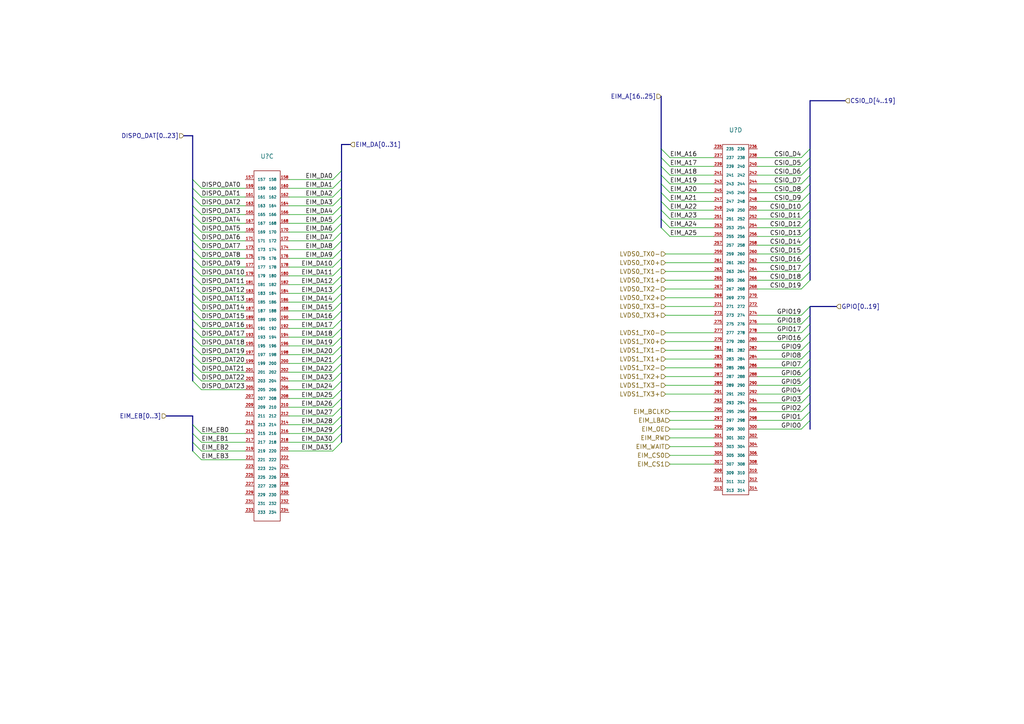
<source format=kicad_sch>
(kicad_sch (version 20211123) (generator eeschema)
  (paper "A4")
  (lib_symbols
    (symbol "IMXDesign-rescue:IMX6ModuleConector_300-William_IMX6QP" (pin_names (offset 1.016))
      (property "Reference" "U" (at 0 3.81 0))
      (property "Value" "IMX6ModuleConector_300-William_IMX6QP" (at 0 6.35 0))
      (symbol "IMX6ModuleConector_300-William_IMX6QP_0_1"
        (rectangle (start -3.81 -5.08) (end 3.81 -106.68))
      )
      (symbol "IMX6ModuleConector_300-William_IMX6QP_1_1"
        (pin input line (at -6.35 -7.62 0) (length 2.54) (name "1") (number "1"))
        (pin input line (at 6.35 -17.78 180) (length 2.54) (name "10") (number "10"))
        (pin input line (at -6.35 -20.32 0) (length 2.54) (name "11") (number "11"))
        (pin input line (at 6.35 -20.32 180) (length 2.54) (name "12") (number "12"))
        (pin input line (at -6.35 -22.86 0) (length 2.54) (name "13") (number "13"))
        (pin input line (at 6.35 -22.86 180) (length 2.54) (name "14") (number "14"))
        (pin input line (at -6.35 -25.4 0) (length 2.54) (name "15") (number "15"))
        (pin input line (at 6.35 -25.4 180) (length 2.54) (name "16") (number "16"))
        (pin input line (at 6.35 -45.72 180) (length 2.54) (name "32") (number "16"))
        (pin input line (at -6.35 -27.94 0) (length 2.54) (name "17") (number "17"))
        (pin input line (at 6.35 -27.94 180) (length 2.54) (name "18") (number "18"))
        (pin input line (at -6.35 -30.48 0) (length 2.54) (name "19") (number "19"))
        (pin input line (at 6.35 -7.62 180) (length 2.54) (name "2") (number "2"))
        (pin input line (at 6.35 -30.48 180) (length 2.54) (name "20") (number "20"))
        (pin input line (at -6.35 -33.02 0) (length 2.54) (name "21") (number "21"))
        (pin input line (at 6.35 -33.02 180) (length 2.54) (name "22") (number "22"))
        (pin input line (at -6.35 -35.56 0) (length 2.54) (name "23") (number "23"))
        (pin input line (at 6.35 -35.56 180) (length 2.54) (name "24") (number "24"))
        (pin input line (at -6.35 -38.1 0) (length 2.54) (name "25") (number "25"))
        (pin input line (at 6.35 -38.1 180) (length 2.54) (name "26") (number "26"))
        (pin input line (at -6.35 -40.64 0) (length 2.54) (name "27") (number "27"))
        (pin input line (at 6.35 -40.64 180) (length 2.54) (name "28") (number "28"))
        (pin input line (at -6.35 -43.18 0) (length 2.54) (name "29") (number "29"))
        (pin input line (at -6.35 -10.16 0) (length 2.54) (name "3") (number "3"))
        (pin input line (at 6.35 -43.18 180) (length 2.54) (name "30") (number "30"))
        (pin input line (at -6.35 -45.72 0) (length 2.54) (name "31") (number "31"))
        (pin input line (at -6.35 -48.26 0) (length 2.54) (name "33") (number "33"))
        (pin input line (at 6.35 -48.26 180) (length 2.54) (name "34") (number "34"))
        (pin input line (at -6.35 -50.8 0) (length 2.54) (name "35") (number "35"))
        (pin input line (at 6.35 -50.8 180) (length 2.54) (name "36") (number "36"))
        (pin input line (at -6.35 -53.34 0) (length 2.54) (name "37") (number "37"))
        (pin input line (at 6.35 -53.34 180) (length 2.54) (name "38") (number "38"))
        (pin input line (at -6.35 -55.88 0) (length 2.54) (name "39") (number "39"))
        (pin input line (at 6.35 -10.16 180) (length 2.54) (name "4") (number "4"))
        (pin input line (at 6.35 -55.88 180) (length 2.54) (name "40") (number "40"))
        (pin input line (at -6.35 -58.42 0) (length 2.54) (name "41") (number "41"))
        (pin input line (at 6.35 -58.42 180) (length 2.54) (name "42") (number "42"))
        (pin input line (at -6.35 -60.96 0) (length 2.54) (name "43") (number "43"))
        (pin input line (at 6.35 -60.96 180) (length 2.54) (name "44") (number "44"))
        (pin input line (at -6.35 -63.5 0) (length 2.54) (name "45") (number "45"))
        (pin input line (at 6.35 -63.5 180) (length 2.54) (name "46") (number "46"))
        (pin input line (at -6.35 -66.04 0) (length 2.54) (name "47") (number "47"))
        (pin input line (at 6.35 -66.04 180) (length 2.54) (name "48") (number "48"))
        (pin input line (at -6.35 -68.58 0) (length 2.54) (name "49") (number "49"))
        (pin input line (at -6.35 -12.7 0) (length 2.54) (name "5") (number "5"))
        (pin input line (at 6.35 -68.58 180) (length 2.54) (name "50") (number "50"))
        (pin input line (at -6.35 -71.12 0) (length 2.54) (name "51") (number "51"))
        (pin input line (at 6.35 -71.12 180) (length 2.54) (name "52") (number "52"))
        (pin input line (at -6.35 -73.66 0) (length 2.54) (name "53") (number "53"))
        (pin input line (at 6.35 -73.66 180) (length 2.54) (name "54") (number "54"))
        (pin input line (at -6.35 -76.2 0) (length 2.54) (name "55") (number "55"))
        (pin input line (at 6.35 -76.2 180) (length 2.54) (name "56") (number "56"))
        (pin input line (at -6.35 -78.74 0) (length 2.54) (name "57") (number "57"))
        (pin input line (at 6.35 -78.74 180) (length 2.54) (name "58") (number "58"))
        (pin input line (at -6.35 -81.28 0) (length 2.54) (name "59") (number "59"))
        (pin input line (at 6.35 -12.7 180) (length 2.54) (name "6") (number "6"))
        (pin input line (at 6.35 -81.28 180) (length 2.54) (name "60") (number "60"))
        (pin input line (at -6.35 -83.82 0) (length 2.54) (name "61") (number "61"))
        (pin input line (at 6.35 -83.82 180) (length 2.54) (name "62") (number "62"))
        (pin input line (at -6.35 -86.36 0) (length 2.54) (name "63") (number "63"))
        (pin input line (at 6.35 -86.36 180) (length 2.54) (name "64") (number "64"))
        (pin input line (at -6.35 -88.9 0) (length 2.54) (name "65") (number "65"))
        (pin input line (at 6.35 -88.9 180) (length 2.54) (name "66") (number "66"))
        (pin input line (at -6.35 -91.44 0) (length 2.54) (name "67") (number "67"))
        (pin input line (at 6.35 -91.44 180) (length 2.54) (name "68") (number "68"))
        (pin input line (at -6.35 -93.98 0) (length 2.54) (name "69") (number "69"))
        (pin input line (at -6.35 -15.24 0) (length 2.54) (name "7") (number "7"))
        (pin input line (at 6.35 -93.98 180) (length 2.54) (name "70") (number "70"))
        (pin input line (at -6.35 -96.52 0) (length 2.54) (name "71") (number "71"))
        (pin input line (at 6.35 -96.52 180) (length 2.54) (name "72") (number "72"))
        (pin input line (at -6.35 -99.06 0) (length 2.54) (name "73") (number "73"))
        (pin input line (at 6.35 -99.06 180) (length 2.54) (name "74") (number "74"))
        (pin input line (at -6.35 -101.6 0) (length 2.54) (name "75") (number "75"))
        (pin input line (at 6.35 -101.6 180) (length 2.54) (name "76") (number "76"))
        (pin input line (at -6.35 -104.14 0) (length 2.54) (name "77") (number "77"))
        (pin input line (at 6.35 -104.14 180) (length 2.54) (name "78") (number "78"))
        (pin input line (at 6.35 -15.24 180) (length 2.54) (name "8") (number "8"))
        (pin input line (at -6.35 -17.78 0) (length 2.54) (name "9") (number "9"))
      )
      (symbol "IMX6ModuleConector_300-William_IMX6QP_2_1"
        (pin input line (at 6.35 -33.02 180) (length 2.54) (name "100") (number "100"))
        (pin input line (at -6.35 -35.56 0) (length 2.54) (name "101") (number "101"))
        (pin input line (at 6.35 -35.56 180) (length 2.54) (name "102") (number "102"))
        (pin input line (at -6.35 -38.1 0) (length 2.54) (name "103") (number "103"))
        (pin input line (at 6.35 -38.1 180) (length 2.54) (name "104") (number "104"))
        (pin input line (at -6.35 -40.64 0) (length 2.54) (name "105") (number "105"))
        (pin input line (at 6.35 -40.64 180) (length 2.54) (name "106") (number "106"))
        (pin input line (at -6.35 -43.18 0) (length 2.54) (name "107") (number "107"))
        (pin input line (at 6.35 -43.18 180) (length 2.54) (name "108") (number "108"))
        (pin input line (at -6.35 -45.72 0) (length 2.54) (name "109") (number "109"))
        (pin input line (at -6.35 -48.26 0) (length 2.54) (name "111") (number "111"))
        (pin input line (at 6.35 -48.26 180) (length 2.54) (name "112") (number "112"))
        (pin input line (at -6.35 -50.8 0) (length 2.54) (name "113") (number "113"))
        (pin input line (at 6.35 -50.8 180) (length 2.54) (name "114") (number "114"))
        (pin input line (at -6.35 -53.34 0) (length 2.54) (name "115") (number "115"))
        (pin input line (at 6.35 -53.34 180) (length 2.54) (name "116") (number "116"))
        (pin input line (at -6.35 -55.88 0) (length 2.54) (name "117") (number "117"))
        (pin input line (at 6.35 -55.88 180) (length 2.54) (name "118") (number "118"))
        (pin input line (at -6.35 -58.42 0) (length 2.54) (name "119") (number "119"))
        (pin input line (at 6.35 -58.42 180) (length 2.54) (name "120") (number "120"))
        (pin input line (at -6.35 -60.96 0) (length 2.54) (name "121") (number "121"))
        (pin input line (at 6.35 -60.96 180) (length 2.54) (name "122") (number "122"))
        (pin input line (at -6.35 -63.5 0) (length 2.54) (name "123") (number "123"))
        (pin input line (at 6.35 -63.5 180) (length 2.54) (name "124") (number "124"))
        (pin input line (at -6.35 -66.04 0) (length 2.54) (name "125") (number "125"))
        (pin input line (at 6.35 -66.04 180) (length 2.54) (name "126") (number "126"))
        (pin input line (at -6.35 -68.58 0) (length 2.54) (name "127") (number "127"))
        (pin input line (at 6.35 -68.58 180) (length 2.54) (name "128") (number "128"))
        (pin input line (at -6.35 -71.12 0) (length 2.54) (name "129") (number "129"))
        (pin input line (at 6.35 -71.12 180) (length 2.54) (name "130") (number "130"))
        (pin input line (at -6.35 -73.66 0) (length 2.54) (name "131") (number "131"))
        (pin input line (at 6.35 -73.66 180) (length 2.54) (name "132") (number "132"))
        (pin input line (at -6.35 -76.2 0) (length 2.54) (name "133") (number "133"))
        (pin input line (at 6.35 -76.2 180) (length 2.54) (name "134") (number "134"))
        (pin input line (at -6.35 -78.74 0) (length 2.54) (name "135") (number "135"))
        (pin input line (at 6.35 -78.74 180) (length 2.54) (name "136") (number "136"))
        (pin input line (at -6.35 -81.28 0) (length 2.54) (name "137") (number "137"))
        (pin input line (at -6.35 -83.82 0) (length 2.54) (name "139") (number "139"))
        (pin input line (at 6.35 -83.82 180) (length 2.54) (name "140") (number "140"))
        (pin input line (at -6.35 -86.36 0) (length 2.54) (name "141") (number "141"))
        (pin input line (at 6.35 -86.36 180) (length 2.54) (name "142") (number "142"))
        (pin input line (at -6.35 -88.9 0) (length 2.54) (name "143") (number "143"))
        (pin input line (at 6.35 -88.9 180) (length 2.54) (name "144") (number "144"))
        (pin input line (at -6.35 -91.44 0) (length 2.54) (name "145") (number "145"))
        (pin input line (at 6.35 -91.44 180) (length 2.54) (name "146") (number "146"))
        (pin input line (at -6.35 -93.98 0) (length 2.54) (name "147") (number "147"))
        (pin input line (at 6.35 -93.98 180) (length 2.54) (name "148") (number "148"))
        (pin input line (at -6.35 -96.52 0) (length 2.54) (name "149") (number "149"))
        (pin input line (at 6.35 -96.52 180) (length 2.54) (name "150") (number "150"))
        (pin input line (at -6.35 -99.06 0) (length 2.54) (name "151") (number "151"))
        (pin input line (at 6.35 -99.06 180) (length 2.54) (name "152") (number "152"))
        (pin input line (at -6.35 -101.6 0) (length 2.54) (name "153") (number "153"))
        (pin input line (at 6.35 -101.6 180) (length 2.54) (name "154") (number "154"))
        (pin input line (at -6.35 -104.14 0) (length 2.54) (name "155") (number "155"))
        (pin input line (at 6.35 -104.14 180) (length 2.54) (name "156") (number "156"))
        (pin input line (at 6.35 -45.72 180) (length 2.54) (name "110") (number "16"))
        (pin input line (at 6.35 -81.28 180) (length 2.54) (name "138") (number "60"))
        (pin input line (at -6.35 -7.62 0) (length 2.54) (name "79") (number "79"))
        (pin input line (at 6.35 -7.62 180) (length 2.54) (name "80") (number "80"))
        (pin input line (at -6.35 -10.16 0) (length 2.54) (name "81") (number "81"))
        (pin input line (at 6.35 -10.16 180) (length 2.54) (name "82") (number "82"))
        (pin input line (at -6.35 -12.7 0) (length 2.54) (name "83") (number "83"))
        (pin input line (at 6.35 -12.7 180) (length 2.54) (name "84") (number "84"))
        (pin input line (at -6.35 -15.24 0) (length 2.54) (name "85") (number "85"))
        (pin input line (at 6.35 -15.24 180) (length 2.54) (name "86") (number "86"))
        (pin input line (at -6.35 -17.78 0) (length 2.54) (name "87") (number "87"))
        (pin input line (at 6.35 -17.78 180) (length 2.54) (name "88") (number "88"))
        (pin input line (at -6.35 -20.32 0) (length 2.54) (name "89") (number "89"))
        (pin input line (at 6.35 -20.32 180) (length 2.54) (name "90") (number "90"))
        (pin input line (at -6.35 -22.86 0) (length 2.54) (name "91") (number "91"))
        (pin input line (at 6.35 -22.86 180) (length 2.54) (name "92") (number "92"))
        (pin input line (at -6.35 -25.4 0) (length 2.54) (name "93") (number "93"))
        (pin input line (at 6.35 -25.4 180) (length 2.54) (name "94") (number "94"))
        (pin input line (at -6.35 -27.94 0) (length 2.54) (name "95") (number "95"))
        (pin input line (at 6.35 -27.94 180) (length 2.54) (name "96") (number "96"))
        (pin input line (at -6.35 -30.48 0) (length 2.54) (name "97") (number "97"))
        (pin input line (at 6.35 -30.48 180) (length 2.54) (name "98") (number "98"))
        (pin input line (at -6.35 -33.02 0) (length 2.54) (name "99") (number "99"))
      )
      (symbol "IMX6ModuleConector_300-William_IMX6QP_3_1"
        (pin input line (at -6.35 -7.62 0) (length 2.54) (name "157") (number "157"))
        (pin input line (at 6.35 -7.62 180) (length 2.54) (name "158") (number "158"))
        (pin input line (at -6.35 -10.16 0) (length 2.54) (name "159") (number "159"))
        (pin input line (at 6.35 -10.16 180) (length 2.54) (name "160") (number "160"))
        (pin input line (at -6.35 -12.7 0) (length 2.54) (name "161") (number "161"))
        (pin input line (at 6.35 -12.7 180) (length 2.54) (name "162") (number "162"))
        (pin input line (at -6.35 -15.24 0) (length 2.54) (name "163") (number "163"))
        (pin input line (at 6.35 -15.24 180) (length 2.54) (name "164") (number "164"))
        (pin input line (at -6.35 -17.78 0) (length 2.54) (name "165") (number "165"))
        (pin input line (at 6.35 -17.78 180) (length 2.54) (name "166") (number "166"))
        (pin input line (at -6.35 -20.32 0) (length 2.54) (name "167") (number "167"))
        (pin input line (at 6.35 -20.32 180) (length 2.54) (name "168") (number "168"))
        (pin input line (at -6.35 -22.86 0) (length 2.54) (name "169") (number "169"))
        (pin input line (at 6.35 -22.86 180) (length 2.54) (name "170") (number "170"))
        (pin input line (at -6.35 -25.4 0) (length 2.54) (name "171") (number "171"))
        (pin input line (at 6.35 -25.4 180) (length 2.54) (name "172") (number "172"))
        (pin input line (at -6.35 -27.94 0) (length 2.54) (name "173") (number "173"))
        (pin input line (at 6.35 -27.94 180) (length 2.54) (name "174") (number "174"))
        (pin input line (at -6.35 -30.48 0) (length 2.54) (name "175") (number "175"))
        (pin input line (at 6.35 -30.48 180) (length 2.54) (name "176") (number "176"))
        (pin input line (at -6.35 -33.02 0) (length 2.54) (name "177") (number "177"))
        (pin input line (at 6.35 -33.02 180) (length 2.54) (name "178") (number "178"))
        (pin input line (at -6.35 -35.56 0) (length 2.54) (name "179") (number "179"))
        (pin input line (at 6.35 -35.56 180) (length 2.54) (name "180") (number "180"))
        (pin input line (at -6.35 -38.1 0) (length 2.54) (name "181") (number "181"))
        (pin input line (at 6.35 -38.1 180) (length 2.54) (name "182") (number "182"))
        (pin input line (at -6.35 -40.64 0) (length 2.54) (name "183") (number "183"))
        (pin input line (at 6.35 -40.64 180) (length 2.54) (name "184") (number "184"))
        (pin input line (at -6.35 -43.18 0) (length 2.54) (name "185") (number "185"))
        (pin input line (at 6.35 -43.18 180) (length 2.54) (name "186") (number "186"))
        (pin input line (at -6.35 -45.72 0) (length 2.54) (name "187") (number "187"))
        (pin input line (at 6.35 -45.72 180) (length 2.54) (name "188") (number "188"))
        (pin input line (at -6.35 -48.26 0) (length 2.54) (name "189") (number "189"))
        (pin input line (at 6.35 -48.26 180) (length 2.54) (name "190") (number "190"))
        (pin input line (at -6.35 -50.8 0) (length 2.54) (name "191") (number "191"))
        (pin input line (at 6.35 -50.8 180) (length 2.54) (name "192") (number "192"))
        (pin input line (at -6.35 -53.34 0) (length 2.54) (name "193") (number "193"))
        (pin input line (at 6.35 -53.34 180) (length 2.54) (name "194") (number "194"))
        (pin input line (at -6.35 -55.88 0) (length 2.54) (name "195") (number "195"))
        (pin input line (at 6.35 -55.88 180) (length 2.54) (name "196") (number "196"))
        (pin input line (at -6.35 -58.42 0) (length 2.54) (name "197") (number "197"))
        (pin input line (at 6.35 -58.42 180) (length 2.54) (name "198") (number "198"))
        (pin input line (at -6.35 -60.96 0) (length 2.54) (name "199") (number "199"))
        (pin input line (at 6.35 -60.96 180) (length 2.54) (name "200") (number "200"))
        (pin input line (at -6.35 -63.5 0) (length 2.54) (name "201") (number "201"))
        (pin input line (at 6.35 -63.5 180) (length 2.54) (name "202") (number "202"))
        (pin input line (at -6.35 -66.04 0) (length 2.54) (name "203") (number "203"))
        (pin input line (at 6.35 -66.04 180) (length 2.54) (name "204") (number "204"))
        (pin input line (at -6.35 -68.58 0) (length 2.54) (name "205") (number "205"))
        (pin input line (at 6.35 -68.58 180) (length 2.54) (name "206") (number "206"))
        (pin input line (at -6.35 -71.12 0) (length 2.54) (name "207") (number "207"))
        (pin input line (at 6.35 -71.12 180) (length 2.54) (name "208") (number "208"))
        (pin input line (at -6.35 -73.66 0) (length 2.54) (name "209") (number "209"))
        (pin input line (at 6.35 -73.66 180) (length 2.54) (name "210") (number "210"))
        (pin input line (at -6.35 -76.2 0) (length 2.54) (name "211") (number "211"))
        (pin input line (at 6.35 -76.2 180) (length 2.54) (name "212") (number "212"))
        (pin input line (at -6.35 -78.74 0) (length 2.54) (name "213") (number "213"))
        (pin input line (at 6.35 -78.74 180) (length 2.54) (name "214") (number "214"))
        (pin input line (at -6.35 -81.28 0) (length 2.54) (name "215") (number "215"))
        (pin input line (at 6.35 -81.28 180) (length 2.54) (name "216") (number "216"))
        (pin input line (at -6.35 -83.82 0) (length 2.54) (name "217") (number "217"))
        (pin input line (at 6.35 -83.82 180) (length 2.54) (name "218") (number "218"))
        (pin input line (at -6.35 -86.36 0) (length 2.54) (name "219") (number "219"))
        (pin input line (at 6.35 -86.36 180) (length 2.54) (name "220") (number "220"))
        (pin input line (at -6.35 -88.9 0) (length 2.54) (name "221") (number "221"))
        (pin input line (at 6.35 -88.9 180) (length 2.54) (name "222") (number "222"))
        (pin input line (at -6.35 -91.44 0) (length 2.54) (name "223") (number "223"))
        (pin input line (at 6.35 -91.44 180) (length 2.54) (name "224") (number "224"))
        (pin input line (at -6.35 -93.98 0) (length 2.54) (name "225") (number "225"))
        (pin input line (at 6.35 -93.98 180) (length 2.54) (name "226") (number "226"))
        (pin input line (at -6.35 -96.52 0) (length 2.54) (name "227") (number "227"))
        (pin input line (at 6.35 -96.52 180) (length 2.54) (name "228") (number "228"))
        (pin input line (at -6.35 -99.06 0) (length 2.54) (name "229") (number "229"))
        (pin input line (at 6.35 -99.06 180) (length 2.54) (name "230") (number "230"))
        (pin input line (at -6.35 -101.6 0) (length 2.54) (name "231") (number "231"))
        (pin input line (at 6.35 -101.6 180) (length 2.54) (name "232") (number "232"))
        (pin input line (at -6.35 -104.14 0) (length 2.54) (name "233") (number "233"))
        (pin input line (at 6.35 -104.14 180) (length 2.54) (name "234") (number "234"))
      )
      (symbol "IMX6ModuleConector_300-William_IMX6QP_4_1"
        (pin input line (at -6.35 -6.35 0) (length 2.54) (name "235") (number "235"))
        (pin input line (at 6.35 -6.35 180) (length 2.54) (name "236") (number "236"))
        (pin input line (at -6.35 -8.89 0) (length 2.54) (name "237") (number "237"))
        (pin input line (at 6.35 -8.89 180) (length 2.54) (name "238") (number "238"))
        (pin input line (at -6.35 -11.43 0) (length 2.54) (name "239") (number "239"))
        (pin input line (at 6.35 -11.43 180) (length 2.54) (name "240") (number "240"))
        (pin input line (at -6.35 -13.97 0) (length 2.54) (name "241") (number "241"))
        (pin input line (at 6.35 -13.97 180) (length 2.54) (name "242") (number "242"))
        (pin input line (at -6.35 -16.51 0) (length 2.54) (name "243") (number "243"))
        (pin input line (at 6.35 -16.51 180) (length 2.54) (name "244") (number "244"))
        (pin input line (at -6.35 -19.05 0) (length 2.54) (name "245") (number "245"))
        (pin input line (at 6.35 -19.05 180) (length 2.54) (name "246") (number "246"))
        (pin input line (at -6.35 -21.59 0) (length 2.54) (name "247") (number "247"))
        (pin input line (at 6.35 -21.59 180) (length 2.54) (name "248") (number "248"))
        (pin input line (at -6.35 -24.13 0) (length 2.54) (name "249") (number "249"))
        (pin input line (at 6.35 -24.13 180) (length 2.54) (name "250") (number "250"))
        (pin input line (at -6.35 -26.67 0) (length 2.54) (name "251") (number "251"))
        (pin input line (at 6.35 -26.67 180) (length 2.54) (name "252") (number "252"))
        (pin input line (at -6.35 -29.21 0) (length 2.54) (name "253") (number "253"))
        (pin input line (at 6.35 -29.21 180) (length 2.54) (name "254") (number "254"))
        (pin input line (at -6.35 -31.75 0) (length 2.54) (name "255") (number "255"))
        (pin input line (at 6.35 -31.75 180) (length 2.54) (name "256") (number "256"))
        (pin input line (at -6.35 -34.29 0) (length 2.54) (name "257") (number "257"))
        (pin input line (at 6.35 -34.29 180) (length 2.54) (name "258") (number "258"))
        (pin input line (at -6.35 -36.83 0) (length 2.54) (name "259") (number "259"))
        (pin input line (at 6.35 -36.83 180) (length 2.54) (name "260") (number "260"))
        (pin input line (at -6.35 -39.37 0) (length 2.54) (name "261") (number "261"))
        (pin input line (at 6.35 -39.37 180) (length 2.54) (name "262") (number "262"))
        (pin input line (at -6.35 -41.91 0) (length 2.54) (name "263") (number "263"))
        (pin input line (at 6.35 -41.91 180) (length 2.54) (name "264") (number "264"))
        (pin input line (at -6.35 -44.45 0) (length 2.54) (name "265") (number "265"))
        (pin input line (at 6.35 -44.45 180) (length 2.54) (name "266") (number "266"))
        (pin input line (at -6.35 -46.99 0) (length 2.54) (name "267") (number "267"))
        (pin input line (at 6.35 -46.99 180) (length 2.54) (name "268") (number "268"))
        (pin input line (at -6.35 -49.53 0) (length 2.54) (name "269") (number "269"))
        (pin input line (at 6.35 -49.53 180) (length 2.54) (name "270") (number "270"))
        (pin input line (at -6.35 -52.07 0) (length 2.54) (name "271") (number "271"))
        (pin input line (at 6.35 -52.07 180) (length 2.54) (name "272") (number "272"))
        (pin input line (at -6.35 -54.61 0) (length 2.54) (name "273") (number "273"))
        (pin input line (at 6.35 -54.61 180) (length 2.54) (name "274") (number "274"))
        (pin input line (at -6.35 -57.15 0) (length 2.54) (name "275") (number "275"))
        (pin input line (at 6.35 -57.15 180) (length 2.54) (name "276") (number "276"))
        (pin input line (at -6.35 -59.69 0) (length 2.54) (name "277") (number "277"))
        (pin input line (at 6.35 -59.69 180) (length 2.54) (name "278") (number "278"))
        (pin input line (at -6.35 -62.23 0) (length 2.54) (name "279") (number "279"))
        (pin input line (at 6.35 -62.23 180) (length 2.54) (name "280") (number "280"))
        (pin input line (at -6.35 -64.77 0) (length 2.54) (name "281") (number "281"))
        (pin input line (at 6.35 -64.77 180) (length 2.54) (name "282") (number "282"))
        (pin input line (at -6.35 -67.31 0) (length 2.54) (name "283") (number "283"))
        (pin input line (at 6.35 -67.31 180) (length 2.54) (name "284") (number "284"))
        (pin input line (at -6.35 -69.85 0) (length 2.54) (name "285") (number "285"))
        (pin input line (at 6.35 -69.85 180) (length 2.54) (name "286") (number "286"))
        (pin input line (at -6.35 -72.39 0) (length 2.54) (name "287") (number "287"))
        (pin input line (at 6.35 -72.39 180) (length 2.54) (name "288") (number "288"))
        (pin input line (at -6.35 -74.93 0) (length 2.54) (name "289") (number "289"))
        (pin input line (at 6.35 -74.93 180) (length 2.54) (name "290") (number "290"))
        (pin input line (at -6.35 -77.47 0) (length 2.54) (name "291") (number "291"))
        (pin input line (at 6.35 -77.47 180) (length 2.54) (name "292") (number "292"))
        (pin input line (at -6.35 -80.01 0) (length 2.54) (name "293") (number "293"))
        (pin input line (at 6.35 -80.01 180) (length 2.54) (name "294") (number "294"))
        (pin input line (at -6.35 -82.55 0) (length 2.54) (name "295") (number "295"))
        (pin input line (at 6.35 -82.55 180) (length 2.54) (name "296") (number "296"))
        (pin input line (at -6.35 -85.09 0) (length 2.54) (name "297") (number "297"))
        (pin input line (at 6.35 -85.09 180) (length 2.54) (name "298") (number "298"))
        (pin input line (at -6.35 -87.63 0) (length 2.54) (name "299") (number "299"))
        (pin input line (at 6.35 -87.63 180) (length 2.54) (name "300") (number "300"))
        (pin input line (at -6.35 -90.17 0) (length 2.54) (name "301") (number "301"))
        (pin input line (at 6.35 -90.17 180) (length 2.54) (name "302") (number "302"))
        (pin input line (at -6.35 -92.71 0) (length 2.54) (name "303") (number "303"))
        (pin input line (at 6.35 -92.71 180) (length 2.54) (name "304") (number "304"))
        (pin input line (at -6.35 -95.25 0) (length 2.54) (name "305") (number "305"))
        (pin input line (at 6.35 -95.25 180) (length 2.54) (name "306") (number "306"))
        (pin input line (at -6.35 -97.79 0) (length 2.54) (name "307") (number "307"))
        (pin input line (at 6.35 -97.79 180) (length 2.54) (name "308") (number "308"))
        (pin input line (at -6.35 -100.33 0) (length 2.54) (name "309") (number "309"))
        (pin input line (at 6.35 -100.33 180) (length 2.54) (name "310") (number "310"))
        (pin input line (at -6.35 -102.87 0) (length 2.54) (name "311") (number "311"))
        (pin input line (at 6.35 -102.87 180) (length 2.54) (name "312") (number "312"))
        (pin input line (at -6.35 -105.41 0) (length 2.54) (name "313") (number "313"))
        (pin input line (at 6.35 -105.41 180) (length 2.54) (name "314") (number "314"))
      )
    )
  )
  (bus_entry (at 99.06 67.31) (size -2.54 2.54))
  (bus_entry (at 234.95 63.5) (size -2.54 2.54))
  (bus_entry (at 55.88 123.19) (size 2.54 2.54))
  (bus_entry (at 99.06 52.07) (size -2.54 2.54))
  (bus_entry (at 55.88 125.73) (size 2.54 2.54))
  (bus_entry (at 191.77 45.72) (size 2.54 2.54))
  (bus_entry (at 55.88 102.87) (size 2.54 2.54))
  (bus_entry (at 232.41 93.98) (size 2.54 -2.54))
  (bus_entry (at 99.06 102.87) (size -2.54 2.54))
  (bus_entry (at 234.95 58.42) (size -2.54 2.54))
  (bus_entry (at 55.88 97.79) (size 2.54 2.54))
  (bus_entry (at 55.88 107.95) (size 2.54 2.54))
  (bus_entry (at 191.77 66.04) (size 2.54 2.54))
  (bus_entry (at 99.06 85.09) (size -2.54 2.54))
  (bus_entry (at 191.77 60.96) (size 2.54 2.54))
  (bus_entry (at 234.95 76.2) (size -2.54 2.54))
  (bus_entry (at 55.88 52.07) (size 2.54 2.54))
  (bus_entry (at 99.06 95.25) (size -2.54 2.54))
  (bus_entry (at 232.41 101.6) (size 2.54 -2.54))
  (bus_entry (at 99.06 54.61) (size -2.54 2.54))
  (bus_entry (at 55.88 80.01) (size 2.54 2.54))
  (bus_entry (at 234.95 81.28) (size -2.54 2.54))
  (bus_entry (at 99.06 115.57) (size -2.54 2.54))
  (bus_entry (at 55.88 105.41) (size 2.54 2.54))
  (bus_entry (at 99.06 125.73) (size -2.54 2.54))
  (bus_entry (at 99.06 72.39) (size -2.54 2.54))
  (bus_entry (at 55.88 87.63) (size 2.54 2.54))
  (bus_entry (at 99.06 80.01) (size -2.54 2.54))
  (bus_entry (at 99.06 62.23) (size -2.54 2.54))
  (bus_entry (at 55.88 62.23) (size 2.54 2.54))
  (bus_entry (at 55.88 82.55) (size 2.54 2.54))
  (bus_entry (at 232.41 96.52) (size 2.54 -2.54))
  (bus_entry (at 234.95 55.88) (size -2.54 2.54))
  (bus_entry (at 99.06 90.17) (size -2.54 2.54))
  (bus_entry (at 55.88 100.33) (size 2.54 2.54))
  (bus_entry (at 55.88 72.39) (size 2.54 2.54))
  (bus_entry (at 55.88 67.31) (size 2.54 2.54))
  (bus_entry (at 234.95 48.26) (size -2.54 2.54))
  (bus_entry (at 232.41 99.06) (size 2.54 -2.54))
  (bus_entry (at 234.95 60.96) (size -2.54 2.54))
  (bus_entry (at 99.06 123.19) (size -2.54 2.54))
  (bus_entry (at 234.95 68.58) (size -2.54 2.54))
  (bus_entry (at 234.95 78.74) (size -2.54 2.54))
  (bus_entry (at 232.41 104.14) (size 2.54 -2.54))
  (bus_entry (at 99.06 100.33) (size -2.54 2.54))
  (bus_entry (at 99.06 110.49) (size -2.54 2.54))
  (bus_entry (at 99.06 128.27) (size -2.54 2.54))
  (bus_entry (at 55.88 64.77) (size 2.54 2.54))
  (bus_entry (at 55.88 128.27) (size 2.54 2.54))
  (bus_entry (at 99.06 105.41) (size -2.54 2.54))
  (bus_entry (at 99.06 118.11) (size -2.54 2.54))
  (bus_entry (at 232.41 124.46) (size 2.54 -2.54))
  (bus_entry (at 232.41 91.44) (size 2.54 -2.54))
  (bus_entry (at 55.88 95.25) (size 2.54 2.54))
  (bus_entry (at 55.88 90.17) (size 2.54 2.54))
  (bus_entry (at 191.77 63.5) (size 2.54 2.54))
  (bus_entry (at 234.95 43.18) (size -2.54 2.54))
  (bus_entry (at 234.95 50.8) (size -2.54 2.54))
  (bus_entry (at 99.06 92.71) (size -2.54 2.54))
  (bus_entry (at 234.95 53.34) (size -2.54 2.54))
  (bus_entry (at 55.88 110.49) (size 2.54 2.54))
  (bus_entry (at 99.06 77.47) (size -2.54 2.54))
  (bus_entry (at 99.06 120.65) (size -2.54 2.54))
  (bus_entry (at 232.41 121.92) (size 2.54 -2.54))
  (bus_entry (at 191.77 55.88) (size 2.54 2.54))
  (bus_entry (at 99.06 74.93) (size -2.54 2.54))
  (bus_entry (at 232.41 109.22) (size 2.54 -2.54))
  (bus_entry (at 55.88 92.71) (size 2.54 2.54))
  (bus_entry (at 232.41 116.84) (size 2.54 -2.54))
  (bus_entry (at 99.06 113.03) (size -2.54 2.54))
  (bus_entry (at 55.88 54.61) (size 2.54 2.54))
  (bus_entry (at 55.88 77.47) (size 2.54 2.54))
  (bus_entry (at 234.95 66.04) (size -2.54 2.54))
  (bus_entry (at 234.95 73.66) (size -2.54 2.54))
  (bus_entry (at 234.95 45.72) (size -2.54 2.54))
  (bus_entry (at 232.41 106.68) (size 2.54 -2.54))
  (bus_entry (at 99.06 57.15) (size -2.54 2.54))
  (bus_entry (at 99.06 82.55) (size -2.54 2.54))
  (bus_entry (at 232.41 111.76) (size 2.54 -2.54))
  (bus_entry (at 55.88 69.85) (size 2.54 2.54))
  (bus_entry (at 99.06 64.77) (size -2.54 2.54))
  (bus_entry (at 99.06 49.53) (size -2.54 2.54))
  (bus_entry (at 191.77 48.26) (size 2.54 2.54))
  (bus_entry (at 99.06 97.79) (size -2.54 2.54))
  (bus_entry (at 99.06 87.63) (size -2.54 2.54))
  (bus_entry (at 99.06 69.85) (size -2.54 2.54))
  (bus_entry (at 232.41 114.3) (size 2.54 -2.54))
  (bus_entry (at 55.88 130.81) (size 2.54 2.54))
  (bus_entry (at 191.77 53.34) (size 2.54 2.54))
  (bus_entry (at 55.88 74.93) (size 2.54 2.54))
  (bus_entry (at 99.06 107.95) (size -2.54 2.54))
  (bus_entry (at 191.77 58.42) (size 2.54 2.54))
  (bus_entry (at 191.77 50.8) (size 2.54 2.54))
  (bus_entry (at 55.88 57.15) (size 2.54 2.54))
  (bus_entry (at 191.77 43.18) (size 2.54 2.54))
  (bus_entry (at 234.95 71.12) (size -2.54 2.54))
  (bus_entry (at 99.06 59.69) (size -2.54 2.54))
  (bus_entry (at 232.41 119.38) (size 2.54 -2.54))
  (bus_entry (at 55.88 59.69) (size 2.54 2.54))
  (bus_entry (at 55.88 85.09) (size 2.54 2.54))
  (bus (pts (xy 55.88 62.23) (xy 55.88 64.77)))
  (bus (pts (xy 55.88 59.69) (xy 55.88 62.23)))
  (wire (pts (xy 71.12 92.71) (xy 58.42 92.71)))
  (bus (pts (xy 99.06 90.17) (xy 99.06 92.71)))
  (wire (pts (xy 219.71 73.66) (xy 232.41 73.66)))
  (wire (pts (xy 83.82 52.07) (xy 96.52 52.07)))
  (wire (pts (xy 207.01 55.88) (xy 194.31 55.88)))
  (wire (pts (xy 193.04 109.22) (xy 207.01 109.22)))
  (wire (pts (xy 71.12 130.81) (xy 58.42 130.81)))
  (wire (pts (xy 232.41 101.6) (xy 219.71 101.6)))
  (wire (pts (xy 232.41 106.68) (xy 219.71 106.68)))
  (bus (pts (xy 99.06 105.41) (xy 99.06 107.95)))
  (wire (pts (xy 83.82 123.19) (xy 96.52 123.19)))
  (wire (pts (xy 83.82 62.23) (xy 96.52 62.23)))
  (wire (pts (xy 83.82 80.01) (xy 96.52 80.01)))
  (wire (pts (xy 193.04 73.66) (xy 207.01 73.66)))
  (wire (pts (xy 71.12 90.17) (xy 58.42 90.17)))
  (bus (pts (xy 55.88 97.79) (xy 55.88 100.33)))
  (bus (pts (xy 55.88 72.39) (xy 55.88 74.93)))
  (wire (pts (xy 219.71 55.88) (xy 232.41 55.88)))
  (bus (pts (xy 55.88 95.25) (xy 55.88 97.79)))
  (wire (pts (xy 219.71 81.28) (xy 232.41 81.28)))
  (bus (pts (xy 99.06 62.23) (xy 99.06 64.77)))
  (wire (pts (xy 83.82 97.79) (xy 96.52 97.79)))
  (bus (pts (xy 234.95 55.88) (xy 234.95 58.42)))
  (wire (pts (xy 193.04 101.6) (xy 207.01 101.6)))
  (wire (pts (xy 207.01 53.34) (xy 194.31 53.34)))
  (bus (pts (xy 191.77 43.18) (xy 191.77 45.72)))
  (wire (pts (xy 71.12 59.69) (xy 58.42 59.69)))
  (bus (pts (xy 99.06 64.77) (xy 99.06 67.31)))
  (bus (pts (xy 55.88 120.65) (xy 48.26 120.65)))
  (bus (pts (xy 191.77 45.72) (xy 191.77 48.26)))
  (bus (pts (xy 191.77 60.96) (xy 191.77 63.5)))
  (wire (pts (xy 83.82 128.27) (xy 96.52 128.27)))
  (bus (pts (xy 99.06 80.01) (xy 99.06 82.55)))
  (bus (pts (xy 234.95 53.34) (xy 234.95 55.88)))
  (wire (pts (xy 83.82 102.87) (xy 96.52 102.87)))
  (bus (pts (xy 55.88 128.27) (xy 55.88 130.81)))
  (bus (pts (xy 99.06 41.91) (xy 99.06 49.53)))
  (bus (pts (xy 234.95 48.26) (xy 234.95 50.8)))
  (wire (pts (xy 193.04 106.68) (xy 207.01 106.68)))
  (wire (pts (xy 71.12 85.09) (xy 58.42 85.09)))
  (bus (pts (xy 55.88 64.77) (xy 55.88 67.31)))
  (wire (pts (xy 83.82 90.17) (xy 96.52 90.17)))
  (wire (pts (xy 71.12 80.01) (xy 58.42 80.01)))
  (wire (pts (xy 219.71 71.12) (xy 232.41 71.12)))
  (wire (pts (xy 193.04 114.3) (xy 207.01 114.3)))
  (bus (pts (xy 55.88 125.73) (xy 55.88 128.27)))
  (bus (pts (xy 99.06 120.65) (xy 99.06 123.19)))
  (wire (pts (xy 232.41 104.14) (xy 219.71 104.14)))
  (wire (pts (xy 71.12 87.63) (xy 58.42 87.63)))
  (bus (pts (xy 55.88 85.09) (xy 55.88 87.63)))
  (wire (pts (xy 232.41 121.92) (xy 219.71 121.92)))
  (wire (pts (xy 83.82 72.39) (xy 96.52 72.39)))
  (bus (pts (xy 99.06 74.93) (xy 99.06 77.47)))
  (bus (pts (xy 99.06 54.61) (xy 99.06 57.15)))
  (bus (pts (xy 191.77 53.34) (xy 191.77 55.88)))
  (bus (pts (xy 55.88 54.61) (xy 55.88 57.15)))
  (bus (pts (xy 99.06 82.55) (xy 99.06 85.09)))
  (wire (pts (xy 207.01 48.26) (xy 194.31 48.26)))
  (bus (pts (xy 55.88 57.15) (xy 55.88 59.69)))
  (bus (pts (xy 234.95 121.92) (xy 234.95 124.46)))
  (bus (pts (xy 234.95 73.66) (xy 234.95 76.2)))
  (wire (pts (xy 83.82 105.41) (xy 96.52 105.41)))
  (wire (pts (xy 71.12 74.93) (xy 58.42 74.93)))
  (wire (pts (xy 207.01 121.92) (xy 194.31 121.92)))
  (bus (pts (xy 99.06 85.09) (xy 99.06 87.63)))
  (wire (pts (xy 83.82 118.11) (xy 96.52 118.11)))
  (wire (pts (xy 83.82 113.03) (xy 96.52 113.03)))
  (wire (pts (xy 207.01 129.54) (xy 194.31 129.54)))
  (wire (pts (xy 232.41 109.22) (xy 219.71 109.22)))
  (bus (pts (xy 234.95 63.5) (xy 234.95 66.04)))
  (bus (pts (xy 55.88 87.63) (xy 55.88 90.17)))
  (bus (pts (xy 55.88 107.95) (xy 55.88 110.49)))
  (bus (pts (xy 99.06 107.95) (xy 99.06 110.49)))
  (wire (pts (xy 207.01 63.5) (xy 194.31 63.5)))
  (bus (pts (xy 234.95 78.74) (xy 234.95 81.28)))
  (wire (pts (xy 83.82 130.81) (xy 96.52 130.81)))
  (bus (pts (xy 234.95 71.12) (xy 234.95 73.66)))
  (bus (pts (xy 99.06 125.73) (xy 99.06 128.27)))
  (bus (pts (xy 234.95 106.68) (xy 234.95 109.22)))
  (bus (pts (xy 234.95 60.96) (xy 234.95 63.5)))
  (wire (pts (xy 219.71 66.04) (xy 232.41 66.04)))
  (bus (pts (xy 99.06 100.33) (xy 99.06 102.87)))
  (bus (pts (xy 99.06 92.71) (xy 99.06 95.25)))
  (wire (pts (xy 232.41 111.76) (xy 219.71 111.76)))
  (bus (pts (xy 234.95 91.44) (xy 234.95 93.98)))
  (wire (pts (xy 219.71 76.2) (xy 232.41 76.2)))
  (wire (pts (xy 71.12 125.73) (xy 58.42 125.73)))
  (wire (pts (xy 193.04 111.76) (xy 207.01 111.76)))
  (wire (pts (xy 193.04 86.36) (xy 207.01 86.36)))
  (wire (pts (xy 83.82 115.57) (xy 96.52 115.57)))
  (wire (pts (xy 71.12 95.25) (xy 58.42 95.25)))
  (wire (pts (xy 232.41 119.38) (xy 219.71 119.38)))
  (bus (pts (xy 99.06 57.15) (xy 99.06 59.69)))
  (bus (pts (xy 99.06 59.69) (xy 99.06 62.23)))
  (wire (pts (xy 71.12 105.41) (xy 58.42 105.41)))
  (wire (pts (xy 219.71 68.58) (xy 232.41 68.58)))
  (bus (pts (xy 99.06 115.57) (xy 99.06 118.11)))
  (bus (pts (xy 99.06 72.39) (xy 99.06 74.93)))
  (bus (pts (xy 99.06 69.85) (xy 99.06 72.39)))
  (bus (pts (xy 191.77 63.5) (xy 191.77 66.04)))
  (wire (pts (xy 219.71 48.26) (xy 232.41 48.26)))
  (wire (pts (xy 219.71 60.96) (xy 232.41 60.96)))
  (bus (pts (xy 55.88 39.37) (xy 55.88 52.07)))
  (wire (pts (xy 83.82 82.55) (xy 96.52 82.55)))
  (bus (pts (xy 191.77 58.42) (xy 191.77 60.96)))
  (bus (pts (xy 234.95 43.18) (xy 234.95 45.72)))
  (bus (pts (xy 234.95 88.9) (xy 242.57 88.9)))
  (wire (pts (xy 83.82 77.47) (xy 96.52 77.47)))
  (wire (pts (xy 83.82 120.65) (xy 96.52 120.65)))
  (wire (pts (xy 71.12 110.49) (xy 58.42 110.49)))
  (bus (pts (xy 55.88 120.65) (xy 55.88 123.19)))
  (wire (pts (xy 71.12 100.33) (xy 58.42 100.33)))
  (wire (pts (xy 207.01 50.8) (xy 194.31 50.8)))
  (bus (pts (xy 234.95 29.21) (xy 245.11 29.21)))
  (bus (pts (xy 234.95 111.76) (xy 234.95 114.3)))
  (bus (pts (xy 55.88 67.31) (xy 55.88 69.85)))
  (wire (pts (xy 71.12 57.15) (xy 58.42 57.15)))
  (bus (pts (xy 234.95 58.42) (xy 234.95 60.96)))
  (wire (pts (xy 207.01 119.38) (xy 194.31 119.38)))
  (bus (pts (xy 234.95 96.52) (xy 234.95 99.06)))
  (wire (pts (xy 219.71 50.8) (xy 232.41 50.8)))
  (wire (pts (xy 83.82 69.85) (xy 96.52 69.85)))
  (wire (pts (xy 71.12 82.55) (xy 58.42 82.55)))
  (wire (pts (xy 193.04 81.28) (xy 207.01 81.28)))
  (bus (pts (xy 55.88 80.01) (xy 55.88 82.55)))
  (bus (pts (xy 234.95 93.98) (xy 234.95 96.52)))
  (bus (pts (xy 55.88 90.17) (xy 55.88 92.71)))
  (wire (pts (xy 71.12 69.85) (xy 58.42 69.85)))
  (bus (pts (xy 99.06 52.07) (xy 99.06 54.61)))
  (bus (pts (xy 191.77 27.94) (xy 191.77 43.18)))
  (wire (pts (xy 83.82 54.61) (xy 96.52 54.61)))
  (bus (pts (xy 234.95 68.58) (xy 234.95 71.12)))
  (wire (pts (xy 219.71 83.82) (xy 232.41 83.82)))
  (bus (pts (xy 234.95 109.22) (xy 234.95 111.76)))
  (bus (pts (xy 99.06 41.91) (xy 101.6 41.91)))
  (bus (pts (xy 55.88 82.55) (xy 55.88 85.09)))
  (bus (pts (xy 55.88 102.87) (xy 55.88 105.41)))
  (wire (pts (xy 71.12 128.27) (xy 58.42 128.27)))
  (bus (pts (xy 99.06 110.49) (xy 99.06 113.03)))
  (wire (pts (xy 219.71 63.5) (xy 232.41 63.5)))
  (wire (pts (xy 83.82 100.33) (xy 96.52 100.33)))
  (bus (pts (xy 99.06 67.31) (xy 99.06 69.85)))
  (bus (pts (xy 99.06 123.19) (xy 99.06 125.73)))
  (wire (pts (xy 83.82 95.25) (xy 96.52 95.25)))
  (bus (pts (xy 234.95 99.06) (xy 234.95 101.6)))
  (bus (pts (xy 99.06 113.03) (xy 99.06 115.57)))
  (wire (pts (xy 232.41 96.52) (xy 219.71 96.52)))
  (wire (pts (xy 71.12 102.87) (xy 58.42 102.87)))
  (wire (pts (xy 232.41 99.06) (xy 219.71 99.06)))
  (bus (pts (xy 99.06 97.79) (xy 99.06 100.33)))
  (bus (pts (xy 99.06 49.53) (xy 99.06 52.07)))
  (wire (pts (xy 71.12 77.47) (xy 58.42 77.47)))
  (bus (pts (xy 234.95 50.8) (xy 234.95 53.34)))
  (wire (pts (xy 207.01 60.96) (xy 194.31 60.96)))
  (wire (pts (xy 207.01 68.58) (xy 194.31 68.58)))
  (wire (pts (xy 193.04 99.06) (xy 207.01 99.06)))
  (wire (pts (xy 71.12 113.03) (xy 58.42 113.03)))
  (wire (pts (xy 219.71 78.74) (xy 232.41 78.74)))
  (wire (pts (xy 232.41 124.46) (xy 219.71 124.46)))
  (wire (pts (xy 207.01 66.04) (xy 194.31 66.04)))
  (bus (pts (xy 99.06 102.87) (xy 99.06 105.41)))
  (wire (pts (xy 193.04 83.82) (xy 207.01 83.82)))
  (bus (pts (xy 234.95 119.38) (xy 234.95 121.92)))
  (wire (pts (xy 232.41 91.44) (xy 219.71 91.44)))
  (bus (pts (xy 191.77 55.88) (xy 191.77 58.42)))
  (wire (pts (xy 83.82 125.73) (xy 96.52 125.73)))
  (wire (pts (xy 71.12 67.31) (xy 58.42 67.31)))
  (wire (pts (xy 219.71 53.34) (xy 232.41 53.34)))
  (wire (pts (xy 83.82 92.71) (xy 96.52 92.71)))
  (wire (pts (xy 219.71 58.42) (xy 232.41 58.42)))
  (wire (pts (xy 83.82 74.93) (xy 96.52 74.93)))
  (wire (pts (xy 83.82 110.49) (xy 96.52 110.49)))
  (wire (pts (xy 71.12 133.35) (xy 58.42 133.35)))
  (bus (pts (xy 55.88 52.07) (xy 55.88 54.61)))
  (bus (pts (xy 55.88 74.93) (xy 55.88 77.47)))
  (wire (pts (xy 207.01 134.62) (xy 194.31 134.62)))
  (bus (pts (xy 99.06 77.47) (xy 99.06 80.01)))
  (wire (pts (xy 232.41 114.3) (xy 219.71 114.3)))
  (wire (pts (xy 193.04 104.14) (xy 207.01 104.14)))
  (wire (pts (xy 193.04 91.44) (xy 207.01 91.44)))
  (bus (pts (xy 234.95 45.72) (xy 234.95 48.26)))
  (wire (pts (xy 83.82 67.31) (xy 96.52 67.31)))
  (wire (pts (xy 207.01 45.72) (xy 194.31 45.72)))
  (wire (pts (xy 232.41 93.98) (xy 219.71 93.98)))
  (wire (pts (xy 193.04 78.74) (xy 207.01 78.74)))
  (wire (pts (xy 71.12 54.61) (xy 58.42 54.61)))
  (wire (pts (xy 83.82 87.63) (xy 96.52 87.63)))
  (bus (pts (xy 99.06 118.11) (xy 99.06 120.65)))
  (bus (pts (xy 55.88 77.47) (xy 55.88 80.01)))
  (wire (pts (xy 207.01 132.08) (xy 194.31 132.08)))
  (bus (pts (xy 191.77 50.8) (xy 191.77 53.34)))
  (bus (pts (xy 55.88 39.37) (xy 53.34 39.37)))
  (bus (pts (xy 55.88 123.19) (xy 55.88 125.73)))
  (wire (pts (xy 83.82 64.77) (xy 96.52 64.77)))
  (bus (pts (xy 55.88 69.85) (xy 55.88 72.39)))
  (bus (pts (xy 99.06 95.25) (xy 99.06 97.79)))
  (wire (pts (xy 207.01 124.46) (xy 194.31 124.46)))
  (bus (pts (xy 55.88 105.41) (xy 55.88 107.95)))
  (bus (pts (xy 234.95 116.84) (xy 234.95 119.38)))
  (wire (pts (xy 71.12 107.95) (xy 58.42 107.95)))
  (wire (pts (xy 71.12 72.39) (xy 58.42 72.39)))
  (bus (pts (xy 99.06 87.63) (xy 99.06 90.17)))
  (bus (pts (xy 234.95 66.04) (xy 234.95 68.58)))
  (bus (pts (xy 55.88 100.33) (xy 55.88 102.87)))
  (wire (pts (xy 193.04 96.52) (xy 207.01 96.52)))
  (bus (pts (xy 191.77 48.26) (xy 191.77 50.8)))
  (bus (pts (xy 55.88 92.71) (xy 55.88 95.25)))
  (bus (pts (xy 234.95 76.2) (xy 234.95 78.74)))
  (wire (pts (xy 219.71 45.72) (xy 232.41 45.72)))
  (wire (pts (xy 207.01 127) (xy 194.31 127)))
  (bus (pts (xy 234.95 101.6) (xy 234.95 104.14)))
  (wire (pts (xy 71.12 62.23) (xy 58.42 62.23)))
  (bus (pts (xy 234.95 29.21) (xy 234.95 43.18)))
  (bus (pts (xy 234.95 88.9) (xy 234.95 91.44)))
  (wire (pts (xy 83.82 85.09) (xy 96.52 85.09)))
  (bus (pts (xy 234.95 114.3) (xy 234.95 116.84)))
  (wire (pts (xy 83.82 59.69) (xy 96.52 59.69)))
  (wire (pts (xy 83.82 57.15) (xy 96.52 57.15)))
  (wire (pts (xy 71.12 97.79) (xy 58.42 97.79)))
  (wire (pts (xy 193.04 88.9) (xy 207.01 88.9)))
  (wire (pts (xy 71.12 64.77) (xy 58.42 64.77)))
  (wire (pts (xy 232.41 116.84) (xy 219.71 116.84)))
  (wire (pts (xy 207.01 58.42) (xy 194.31 58.42)))
  (wire (pts (xy 193.04 76.2) (xy 207.01 76.2)))
  (wire (pts (xy 83.82 107.95) (xy 96.52 107.95)))
  (bus (pts (xy 234.95 104.14) (xy 234.95 106.68)))
  (label "EIM_EB1" (at 58.42 128.27 0))
  (label "DISPO_DAT16" (at 58.42 95.25 0))
  (label "CSI0_D12" (at 232.41 66.04 180))
  (label "GPIO17" (at 232.41 96.52 180))
  (label "DISPO_DAT7" (at 58.42 72.39 0))
  (label "EIM_DA16" (at 96.52 92.71 180))
  (label "EIM_DA1" (at 96.52 54.61 180))
  (label "GPIO19" (at 232.41 91.44 180))
  (label "DISPO_DAT8" (at 58.42 74.93 0))
  (label "EIM_DA24" (at 96.52 113.03 180))
  (label "DISPO_DAT19" (at 58.42 102.87 0))
  (label "GPIO1" (at 232.41 121.92 180))
  (label "EIM_A22" (at 194.31 60.96 0))
  (label "DISPO_DAT18" (at 58.42 100.33 0))
  (label "DISPO_DAT17" (at 58.42 97.79 0))
  (label "EIM_DA20" (at 96.52 102.87 180))
  (label "EIM_DA4" (at 96.52 62.23 180))
  (label "DISPO_DAT21" (at 58.42 107.95 0))
  (label "EIM_DA0" (at 96.52 52.07 180))
  (label "EIM_DA27" (at 96.52 120.65 180))
  (label "CSI0_D6" (at 232.41 50.8 180))
  (label "EIM_A20" (at 194.31 55.88 0))
  (label "CSI0_D9" (at 232.41 58.42 180))
  (label "EIM_DA10" (at 96.52 77.47 180))
  (label "CSI0_D7" (at 232.41 53.34 180))
  (label "EIM_DA8" (at 96.52 72.39 180))
  (label "EIM_DA19" (at 96.52 100.33 180))
  (label "DISPO_DAT0" (at 58.42 54.61 0))
  (label "EIM_EB2" (at 58.42 130.81 0))
  (label "DISPO_DAT3" (at 58.42 62.23 0))
  (label "EIM_DA2" (at 96.52 57.15 180))
  (label "GPIO6" (at 232.41 109.22 180))
  (label "DISPO_DAT4" (at 58.42 64.77 0))
  (label "CSI0_D13" (at 232.41 68.58 180))
  (label "DISPO_DAT6" (at 58.42 69.85 0))
  (label "EIM_A16" (at 194.31 45.72 0))
  (label "EIM_A24" (at 194.31 66.04 0))
  (label "GPIO7" (at 232.41 106.68 180))
  (label "DISPO_DAT15" (at 58.42 92.71 0))
  (label "EIM_EB3" (at 58.42 133.35 0))
  (label "EIM_DA17" (at 96.52 95.25 180))
  (label "CSI0_D11" (at 232.41 63.5 180))
  (label "EIM_DA26" (at 96.52 118.11 180))
  (label "EIM_DA15" (at 96.52 90.17 180))
  (label "DISPO_DAT14" (at 58.42 90.17 0))
  (label "EIM_A19" (at 194.31 53.34 0))
  (label "GPIO18" (at 232.41 93.98 180))
  (label "DISPO_DAT5" (at 58.42 67.31 0))
  (label "EIM_DA29" (at 96.52 125.73 180))
  (label "CSI0_D18" (at 232.41 81.28 180))
  (label "EIM_A18" (at 194.31 50.8 0))
  (label "EIM_A21" (at 194.31 58.42 0))
  (label "EIM_DA14" (at 96.52 87.63 180))
  (label "DISPO_DAT20" (at 58.42 105.41 0))
  (label "EIM_DA13" (at 96.52 85.09 180))
  (label "EIM_EB0" (at 58.42 125.73 0))
  (label "CSI0_D14" (at 232.41 71.12 180))
  (label "EIM_DA30" (at 96.52 128.27 180))
  (label "GPIO0" (at 232.41 124.46 180))
  (label "EIM_DA25" (at 96.52 115.57 180))
  (label "EIM_DA12" (at 96.52 82.55 180))
  (label "DISPO_DAT9" (at 58.42 77.47 0))
  (label "EIM_A25" (at 194.31 68.58 0))
  (label "EIM_DA31" (at 96.52 130.81 180))
  (label "CSI0_D4" (at 232.41 45.72 180))
  (label "DISPO_DAT11" (at 58.42 82.55 0))
  (label "DISPO_DAT22" (at 58.42 110.49 0))
  (label "GPIO9" (at 232.41 101.6 180))
  (label "CSI0_D10" (at 232.41 60.96 180))
  (label "CSI0_D19" (at 232.41 83.82 180))
  (label "GPIO5" (at 232.41 111.76 180))
  (label "EIM_DA22" (at 96.52 107.95 180))
  (label "CSI0_D17" (at 232.41 78.74 180))
  (label "EIM_A23" (at 194.31 63.5 0))
  (label "CSI0_D8" (at 232.41 55.88 180))
  (label "EIM_DA6" (at 96.52 67.31 180))
  (label "EIM_DA5" (at 96.52 64.77 180))
  (label "CSI0_D16" (at 232.41 76.2 180))
  (label "CSI0_D5" (at 232.41 48.26 180))
  (label "EIM_DA18" (at 96.52 97.79 180))
  (label "EIM_DA7" (at 96.52 69.85 180))
  (label "GPIO8" (at 232.41 104.14 180))
  (label "DISPO_DAT12" (at 58.42 85.09 0))
  (label "DISPO_DAT10" (at 58.42 80.01 0))
  (label "CSI0_D15" (at 232.41 73.66 180))
  (label "GPIO3" (at 232.41 116.84 180))
  (label "GPIO16" (at 232.41 99.06 180))
  (label "EIM_DA11" (at 96.52 80.01 180))
  (label "EIM_DA23" (at 96.52 110.49 180))
  (label "EIM_DA3" (at 96.52 59.69 180))
  (label "DISPO_DAT2" (at 58.42 59.69 0))
  (label "GPIO4" (at 232.41 114.3 180))
  (label "GPIO2" (at 232.41 119.38 180))
  (label "DISPO_DAT23" (at 58.42 113.03 0))
  (label "DISPO_DAT13" (at 58.42 87.63 0))
  (label "EIM_DA9" (at 96.52 74.93 180))
  (label "EIM_DA28" (at 96.52 123.19 180))
  (label "DISPO_DAT1" (at 58.42 57.15 0))
  (label "EIM_A17" (at 194.31 48.26 0))
  (label "EIM_DA21" (at 96.52 105.41 180))
  (hierarchical_label "LVDS0_TX3-" (shape input) (at 193.04 88.9 180))
  (hierarchical_label "DISPO_DAT[0..23]" (shape input) (at 53.34 39.37 180))
  (hierarchical_label "LVDS0_TX1-" (shape input) (at 193.04 78.74 180))
  (hierarchical_label "LVDS1_TX3-" (shape input) (at 193.04 111.76 180))
  (hierarchical_label "EIM_DA[0..31]" (shape input) (at 101.6 41.91 0))
  (hierarchical_label "LVDS1_TX1-" (shape input) (at 193.04 101.6 180))
  (hierarchical_label "LVDS0_TX2+" (shape input) (at 193.04 86.36 180))
  (hierarchical_label "EIM_BCLK" (shape input) (at 194.31 119.38 180))
  (hierarchical_label "LVDS0_TX1+" (shape input) (at 193.04 81.28 180))
  (hierarchical_label "LVDS0_TX0-" (shape input) (at 193.04 73.66 180))
  (hierarchical_label "EIM_A[16..25]" (shape input) (at 191.77 27.94 180))
  (hierarchical_label "LVDS1_TX0-" (shape input) (at 193.04 96.52 180))
  (hierarchical_label "LVDS1_TX0+" (shape input) (at 193.04 99.06 180))
  (hierarchical_label "LVDS0_TX0+" (shape input) (at 193.04 76.2 180))
  (hierarchical_label "LVDS1_TX1+" (shape input) (at 193.04 104.14 180))
  (hierarchical_label "EIM_CS1" (shape input) (at 194.31 134.62 180))
  (hierarchical_label "EIM_EB[0..3]" (shape input) (at 48.26 120.65 180))
  (hierarchical_label "EIM_OE" (shape input) (at 194.31 124.46 180))
  (hierarchical_label "EIM_RW" (shape input) (at 194.31 127 180))
  (hierarchical_label "EIM_WAIT" (shape input) (at 194.31 129.54 180))
  (hierarchical_label "EIM_CS0" (shape input) (at 194.31 132.08 180))
  (hierarchical_label "LVDS1_TX2-" (shape input) (at 193.04 106.68 180))
  (hierarchical_label "CSI0_D[4..19]" (shape input) (at 245.11 29.21 0))
  (hierarchical_label "GPIO[0..19]" (shape input) (at 242.57 88.9 0))
  (hierarchical_label "LVDS0_TX3+" (shape input) (at 193.04 91.44 180))
  (hierarchical_label "EIM_LBA" (shape input) (at 194.31 121.92 180))
  (hierarchical_label "LVDS1_TX3+" (shape input) (at 193.04 114.3 180))
  (hierarchical_label "LVDS0_TX2-" (shape input) (at 193.04 83.82 180))
  (hierarchical_label "LVDS1_TX2+" (shape input) (at 193.04 109.22 180))
  (symbol (lib_id "IMXDesign-rescue:IMX6ModuleConector_300-William_IMX6QP") (at 77.47 44.45 0) (unit 3)
    (property "Reference" "U?" (at 77.47 45.339 0))
  )
  (symbol (lib_id "IMXDesign-rescue:IMX6ModuleConector_300-William_IMX6QP") (at 213.36 36.83 0) (unit 4)
    (property "Reference" "U?" (at 213.36 37.719 0))
  )
)
</source>
